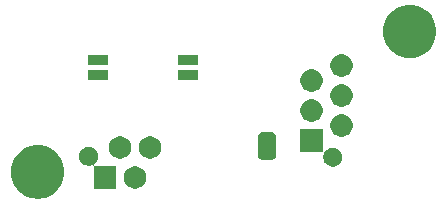
<source format=gbr>
G04 #@! TF.GenerationSoftware,KiCad,Pcbnew,5.1.5-52549c5~84~ubuntu18.04.1*
G04 #@! TF.CreationDate,2020-05-04T20:07:59+02:00*
G04 #@! TF.ProjectId,rs485_usb_adapter,72733438-355f-4757-9362-5f6164617074,rev?*
G04 #@! TF.SameCoordinates,Original*
G04 #@! TF.FileFunction,Soldermask,Bot*
G04 #@! TF.FilePolarity,Negative*
%FSLAX46Y46*%
G04 Gerber Fmt 4.6, Leading zero omitted, Abs format (unit mm)*
G04 Created by KiCad (PCBNEW 5.1.5-52549c5~84~ubuntu18.04.1) date 2020-05-04 20:07:59*
%MOMM*%
%LPD*%
G04 APERTURE LIST*
%ADD10C,0.100000*%
G04 APERTURE END LIST*
D10*
G36*
X147775880Y-95159776D02*
G01*
X148156593Y-95235504D01*
X148566249Y-95405189D01*
X148934929Y-95651534D01*
X149248466Y-95965071D01*
X149494811Y-96333751D01*
X149664496Y-96743407D01*
X149751000Y-97178296D01*
X149751000Y-97621704D01*
X149664496Y-98056593D01*
X149494811Y-98466249D01*
X149248466Y-98834929D01*
X148934929Y-99148466D01*
X148566249Y-99394811D01*
X148156593Y-99564496D01*
X147775880Y-99640224D01*
X147721705Y-99651000D01*
X147278295Y-99651000D01*
X147224120Y-99640224D01*
X146843407Y-99564496D01*
X146433751Y-99394811D01*
X146065071Y-99148466D01*
X145751534Y-98834929D01*
X145505189Y-98466249D01*
X145335504Y-98056593D01*
X145249000Y-97621704D01*
X145249000Y-97178296D01*
X145335504Y-96743407D01*
X145505189Y-96333751D01*
X145751534Y-95965071D01*
X146065071Y-95651534D01*
X146433751Y-95405189D01*
X146843407Y-95235504D01*
X147224120Y-95159776D01*
X147278295Y-95149000D01*
X147721705Y-95149000D01*
X147775880Y-95159776D01*
G37*
G36*
X156012395Y-96955546D02*
G01*
X156185466Y-97027234D01*
X156185467Y-97027235D01*
X156341227Y-97131310D01*
X156473690Y-97263773D01*
X156473691Y-97263775D01*
X156577766Y-97419534D01*
X156649454Y-97592605D01*
X156686000Y-97776333D01*
X156686000Y-97963667D01*
X156649454Y-98147395D01*
X156577766Y-98320466D01*
X156577765Y-98320467D01*
X156473690Y-98476227D01*
X156341227Y-98608690D01*
X156262818Y-98661081D01*
X156185466Y-98712766D01*
X156012395Y-98784454D01*
X155828667Y-98821000D01*
X155641333Y-98821000D01*
X155457605Y-98784454D01*
X155284534Y-98712766D01*
X155207182Y-98661081D01*
X155128773Y-98608690D01*
X154996310Y-98476227D01*
X154892235Y-98320467D01*
X154892234Y-98320466D01*
X154820546Y-98147395D01*
X154784000Y-97963667D01*
X154784000Y-97776333D01*
X154820546Y-97592605D01*
X154892234Y-97419534D01*
X154996309Y-97263775D01*
X154996310Y-97263773D01*
X155128773Y-97131310D01*
X155284533Y-97027235D01*
X155284534Y-97027234D01*
X155457605Y-96955546D01*
X155641333Y-96919000D01*
X155828667Y-96919000D01*
X156012395Y-96955546D01*
G37*
G36*
X152028657Y-95299733D02*
G01*
X152174438Y-95360118D01*
X152188829Y-95369734D01*
X152305640Y-95447784D01*
X152417216Y-95559360D01*
X152417217Y-95559362D01*
X152504882Y-95690562D01*
X152565267Y-95836343D01*
X152596050Y-95991102D01*
X152596050Y-96148898D01*
X152565267Y-96303657D01*
X152504882Y-96449438D01*
X152504881Y-96449439D01*
X152417216Y-96580640D01*
X152305640Y-96692216D01*
X152305637Y-96692218D01*
X152302903Y-96694952D01*
X152289912Y-96705614D01*
X152274367Y-96724556D01*
X152262816Y-96746167D01*
X152255703Y-96769616D01*
X152253301Y-96794002D01*
X152255703Y-96818388D01*
X152262816Y-96841837D01*
X152274367Y-96863447D01*
X152289913Y-96882389D01*
X152308855Y-96897934D01*
X152330466Y-96909485D01*
X152353915Y-96916598D01*
X152378300Y-96919000D01*
X154146000Y-96919000D01*
X154146000Y-98821000D01*
X152244000Y-98821000D01*
X152244000Y-96938143D01*
X152241598Y-96913757D01*
X152234485Y-96890308D01*
X152222934Y-96868697D01*
X152207389Y-96849755D01*
X152188447Y-96834210D01*
X152166836Y-96822659D01*
X152143387Y-96815546D01*
X152119001Y-96813144D01*
X152094615Y-96815546D01*
X152071164Y-96822659D01*
X152028658Y-96840266D01*
X152028657Y-96840266D01*
X152028655Y-96840267D01*
X151873898Y-96871050D01*
X151716102Y-96871050D01*
X151561343Y-96840267D01*
X151415562Y-96779882D01*
X151288455Y-96694952D01*
X151284360Y-96692216D01*
X151172784Y-96580640D01*
X151085119Y-96449439D01*
X151085118Y-96449438D01*
X151024733Y-96303657D01*
X150993950Y-96148898D01*
X150993950Y-95991102D01*
X151024733Y-95836343D01*
X151085118Y-95690562D01*
X151172783Y-95559362D01*
X151172784Y-95559360D01*
X151284360Y-95447784D01*
X151401171Y-95369734D01*
X151415562Y-95360118D01*
X151561343Y-95299733D01*
X151716102Y-95268950D01*
X151873898Y-95268950D01*
X152028657Y-95299733D01*
G37*
G36*
X171621000Y-95556700D02*
G01*
X171623402Y-95581086D01*
X171630515Y-95604535D01*
X171642066Y-95626146D01*
X171657611Y-95645088D01*
X171676553Y-95660633D01*
X171698164Y-95672184D01*
X171721613Y-95679297D01*
X171745999Y-95681699D01*
X171770385Y-95679297D01*
X171793834Y-95672184D01*
X171815445Y-95660633D01*
X171834387Y-95645088D01*
X171845049Y-95632096D01*
X171847783Y-95629362D01*
X171847784Y-95629360D01*
X171959360Y-95517784D01*
X172064123Y-95447784D01*
X172090562Y-95430118D01*
X172236343Y-95369733D01*
X172391102Y-95338950D01*
X172548898Y-95338950D01*
X172703657Y-95369733D01*
X172849438Y-95430118D01*
X172875877Y-95447784D01*
X172980640Y-95517784D01*
X173092216Y-95629360D01*
X173133109Y-95690561D01*
X173179882Y-95760562D01*
X173240267Y-95906343D01*
X173271050Y-96061102D01*
X173271050Y-96218898D01*
X173240267Y-96373657D01*
X173179882Y-96519438D01*
X173179881Y-96519439D01*
X173092216Y-96650640D01*
X172980640Y-96762216D01*
X172914594Y-96806346D01*
X172849438Y-96849882D01*
X172703657Y-96910267D01*
X172548898Y-96941050D01*
X172391102Y-96941050D01*
X172236343Y-96910267D01*
X172090562Y-96849882D01*
X172025406Y-96806346D01*
X171959360Y-96762216D01*
X171847784Y-96650640D01*
X171760119Y-96519439D01*
X171760118Y-96519438D01*
X171699733Y-96373657D01*
X171668950Y-96218898D01*
X171668950Y-96061102D01*
X171699733Y-95906345D01*
X171702772Y-95899009D01*
X171717341Y-95863835D01*
X171724454Y-95840386D01*
X171726856Y-95816000D01*
X171724454Y-95791614D01*
X171717341Y-95768165D01*
X171705790Y-95746554D01*
X171690245Y-95727612D01*
X171671303Y-95712067D01*
X171649693Y-95700515D01*
X171626244Y-95693402D01*
X171601857Y-95691000D01*
X169719000Y-95691000D01*
X169719000Y-93789000D01*
X171621000Y-93789000D01*
X171621000Y-95556700D01*
G37*
G36*
X167162199Y-93999954D02*
G01*
X167174450Y-94000556D01*
X167192869Y-94000556D01*
X167215149Y-94002750D01*
X167299233Y-94019476D01*
X167320660Y-94025976D01*
X167399858Y-94058780D01*
X167405303Y-94061691D01*
X167405309Y-94061693D01*
X167414169Y-94066429D01*
X167414173Y-94066432D01*
X167419614Y-94069340D01*
X167490899Y-94116971D01*
X167508204Y-94131172D01*
X167568828Y-94191796D01*
X167583029Y-94209101D01*
X167630660Y-94280386D01*
X167633568Y-94285827D01*
X167633571Y-94285831D01*
X167638307Y-94294691D01*
X167638309Y-94294697D01*
X167641220Y-94300142D01*
X167674024Y-94379340D01*
X167680524Y-94400767D01*
X167697250Y-94484851D01*
X167699444Y-94507131D01*
X167699444Y-94525550D01*
X167700046Y-94537801D01*
X167701852Y-94556139D01*
X167701852Y-95043860D01*
X167700263Y-95059999D01*
X167697348Y-95069608D01*
X167692610Y-95078472D01*
X167686237Y-95086237D01*
X167673794Y-95096448D01*
X167663425Y-95103378D01*
X167646098Y-95120705D01*
X167632485Y-95141080D01*
X167623109Y-95163720D01*
X167618329Y-95187753D01*
X167618330Y-95212257D01*
X167623112Y-95236290D01*
X167632490Y-95258929D01*
X167646105Y-95279302D01*
X167663432Y-95296629D01*
X167673802Y-95303558D01*
X167686237Y-95313763D01*
X167692610Y-95321528D01*
X167697348Y-95330392D01*
X167700263Y-95340001D01*
X167701852Y-95356140D01*
X167701852Y-95843862D01*
X167700046Y-95862199D01*
X167699444Y-95874450D01*
X167699444Y-95892869D01*
X167697250Y-95915149D01*
X167680524Y-95999233D01*
X167674024Y-96020660D01*
X167641220Y-96099858D01*
X167638309Y-96105303D01*
X167638307Y-96105309D01*
X167633571Y-96114169D01*
X167633568Y-96114173D01*
X167630660Y-96119614D01*
X167583029Y-96190899D01*
X167568828Y-96208204D01*
X167508204Y-96268828D01*
X167490899Y-96283029D01*
X167419614Y-96330660D01*
X167414173Y-96333568D01*
X167414169Y-96333571D01*
X167405309Y-96338307D01*
X167405303Y-96338309D01*
X167399858Y-96341220D01*
X167320660Y-96374024D01*
X167299233Y-96380524D01*
X167215149Y-96397250D01*
X167192869Y-96399444D01*
X167174450Y-96399444D01*
X167162199Y-96400046D01*
X167143862Y-96401852D01*
X166656138Y-96401852D01*
X166637801Y-96400046D01*
X166625550Y-96399444D01*
X166607131Y-96399444D01*
X166584851Y-96397250D01*
X166500767Y-96380524D01*
X166479340Y-96374024D01*
X166400142Y-96341220D01*
X166394697Y-96338309D01*
X166394691Y-96338307D01*
X166385831Y-96333571D01*
X166385827Y-96333568D01*
X166380386Y-96330660D01*
X166309101Y-96283029D01*
X166291796Y-96268828D01*
X166231172Y-96208204D01*
X166216971Y-96190899D01*
X166169340Y-96119614D01*
X166166432Y-96114173D01*
X166166429Y-96114169D01*
X166161693Y-96105309D01*
X166161691Y-96105303D01*
X166158780Y-96099858D01*
X166125976Y-96020660D01*
X166119476Y-95999233D01*
X166102750Y-95915149D01*
X166100556Y-95892869D01*
X166100556Y-95874450D01*
X166099954Y-95862199D01*
X166098148Y-95843862D01*
X166098148Y-95356140D01*
X166099737Y-95340001D01*
X166102652Y-95330392D01*
X166107390Y-95321528D01*
X166113763Y-95313763D01*
X166126206Y-95303552D01*
X166136575Y-95296622D01*
X166153902Y-95279295D01*
X166167515Y-95258920D01*
X166176891Y-95236280D01*
X166181671Y-95212247D01*
X166181670Y-95187743D01*
X166176888Y-95163710D01*
X166167510Y-95141071D01*
X166153895Y-95120698D01*
X166136568Y-95103371D01*
X166126198Y-95096442D01*
X166113763Y-95086237D01*
X166107390Y-95078472D01*
X166102652Y-95069608D01*
X166099737Y-95059999D01*
X166098148Y-95043860D01*
X166098148Y-94556139D01*
X166099954Y-94537801D01*
X166100556Y-94525550D01*
X166100556Y-94507131D01*
X166102750Y-94484851D01*
X166119476Y-94400767D01*
X166125976Y-94379340D01*
X166158780Y-94300142D01*
X166161691Y-94294697D01*
X166161693Y-94294691D01*
X166166429Y-94285831D01*
X166166432Y-94285827D01*
X166169340Y-94280386D01*
X166216971Y-94209101D01*
X166231172Y-94191796D01*
X166291796Y-94131172D01*
X166309101Y-94116971D01*
X166380386Y-94069340D01*
X166385827Y-94066432D01*
X166385831Y-94066429D01*
X166394691Y-94061693D01*
X166394697Y-94061691D01*
X166400142Y-94058780D01*
X166479340Y-94025976D01*
X166500767Y-94019476D01*
X166584851Y-94002750D01*
X166607131Y-94000556D01*
X166625550Y-94000556D01*
X166637801Y-93999954D01*
X166656139Y-93998148D01*
X167143861Y-93998148D01*
X167162199Y-93999954D01*
G37*
G36*
X154742395Y-94415546D02*
G01*
X154915466Y-94487234D01*
X154945244Y-94507131D01*
X155071227Y-94591310D01*
X155203690Y-94723773D01*
X155203691Y-94723775D01*
X155307766Y-94879534D01*
X155379454Y-95052605D01*
X155416000Y-95236333D01*
X155416000Y-95423667D01*
X155379454Y-95607395D01*
X155307766Y-95780466D01*
X155307765Y-95780467D01*
X155203690Y-95936227D01*
X155071227Y-96068690D01*
X154995013Y-96119614D01*
X154915466Y-96172766D01*
X154742395Y-96244454D01*
X154558667Y-96281000D01*
X154371333Y-96281000D01*
X154187605Y-96244454D01*
X154014534Y-96172766D01*
X153934987Y-96119614D01*
X153858773Y-96068690D01*
X153726310Y-95936227D01*
X153622235Y-95780467D01*
X153622234Y-95780466D01*
X153550546Y-95607395D01*
X153514000Y-95423667D01*
X153514000Y-95236333D01*
X153550546Y-95052605D01*
X153622234Y-94879534D01*
X153726309Y-94723775D01*
X153726310Y-94723773D01*
X153858773Y-94591310D01*
X153984756Y-94507131D01*
X154014534Y-94487234D01*
X154187605Y-94415546D01*
X154371333Y-94379000D01*
X154558667Y-94379000D01*
X154742395Y-94415546D01*
G37*
G36*
X157282395Y-94415546D02*
G01*
X157455466Y-94487234D01*
X157485244Y-94507131D01*
X157611227Y-94591310D01*
X157743690Y-94723773D01*
X157743691Y-94723775D01*
X157847766Y-94879534D01*
X157919454Y-95052605D01*
X157956000Y-95236333D01*
X157956000Y-95423667D01*
X157919454Y-95607395D01*
X157847766Y-95780466D01*
X157847765Y-95780467D01*
X157743690Y-95936227D01*
X157611227Y-96068690D01*
X157535013Y-96119614D01*
X157455466Y-96172766D01*
X157282395Y-96244454D01*
X157098667Y-96281000D01*
X156911333Y-96281000D01*
X156727605Y-96244454D01*
X156554534Y-96172766D01*
X156474987Y-96119614D01*
X156398773Y-96068690D01*
X156266310Y-95936227D01*
X156162235Y-95780467D01*
X156162234Y-95780466D01*
X156090546Y-95607395D01*
X156054000Y-95423667D01*
X156054000Y-95236333D01*
X156090546Y-95052605D01*
X156162234Y-94879534D01*
X156266309Y-94723775D01*
X156266310Y-94723773D01*
X156398773Y-94591310D01*
X156524756Y-94507131D01*
X156554534Y-94487234D01*
X156727605Y-94415546D01*
X156911333Y-94379000D01*
X157098667Y-94379000D01*
X157282395Y-94415546D01*
G37*
G36*
X173487395Y-92555546D02*
G01*
X173660466Y-92627234D01*
X173737818Y-92678919D01*
X173816227Y-92731310D01*
X173948690Y-92863773D01*
X173948691Y-92863775D01*
X174052766Y-93019534D01*
X174124454Y-93192605D01*
X174161000Y-93376333D01*
X174161000Y-93563667D01*
X174124454Y-93747395D01*
X174052766Y-93920466D01*
X174052765Y-93920467D01*
X173948690Y-94076227D01*
X173816227Y-94208690D01*
X173737818Y-94261081D01*
X173660466Y-94312766D01*
X173487395Y-94384454D01*
X173303667Y-94421000D01*
X173116333Y-94421000D01*
X172932605Y-94384454D01*
X172759534Y-94312766D01*
X172682182Y-94261081D01*
X172603773Y-94208690D01*
X172471310Y-94076227D01*
X172367235Y-93920467D01*
X172367234Y-93920466D01*
X172295546Y-93747395D01*
X172259000Y-93563667D01*
X172259000Y-93376333D01*
X172295546Y-93192605D01*
X172367234Y-93019534D01*
X172471309Y-92863775D01*
X172471310Y-92863773D01*
X172603773Y-92731310D01*
X172682182Y-92678919D01*
X172759534Y-92627234D01*
X172932605Y-92555546D01*
X173116333Y-92519000D01*
X173303667Y-92519000D01*
X173487395Y-92555546D01*
G37*
G36*
X170947395Y-91285546D02*
G01*
X171120466Y-91357234D01*
X171197818Y-91408919D01*
X171276227Y-91461310D01*
X171408690Y-91593773D01*
X171408691Y-91593775D01*
X171512766Y-91749534D01*
X171584454Y-91922605D01*
X171621000Y-92106333D01*
X171621000Y-92293667D01*
X171584454Y-92477395D01*
X171512766Y-92650466D01*
X171512765Y-92650467D01*
X171408690Y-92806227D01*
X171276227Y-92938690D01*
X171197818Y-92991081D01*
X171120466Y-93042766D01*
X170947395Y-93114454D01*
X170763667Y-93151000D01*
X170576333Y-93151000D01*
X170392605Y-93114454D01*
X170219534Y-93042766D01*
X170142182Y-92991081D01*
X170063773Y-92938690D01*
X169931310Y-92806227D01*
X169827235Y-92650467D01*
X169827234Y-92650466D01*
X169755546Y-92477395D01*
X169719000Y-92293667D01*
X169719000Y-92106333D01*
X169755546Y-91922605D01*
X169827234Y-91749534D01*
X169931309Y-91593775D01*
X169931310Y-91593773D01*
X170063773Y-91461310D01*
X170142182Y-91408919D01*
X170219534Y-91357234D01*
X170392605Y-91285546D01*
X170576333Y-91249000D01*
X170763667Y-91249000D01*
X170947395Y-91285546D01*
G37*
G36*
X173487395Y-90015546D02*
G01*
X173660466Y-90087234D01*
X173737818Y-90138919D01*
X173816227Y-90191310D01*
X173948690Y-90323773D01*
X173948691Y-90323775D01*
X174052766Y-90479534D01*
X174124454Y-90652605D01*
X174161000Y-90836333D01*
X174161000Y-91023667D01*
X174124454Y-91207395D01*
X174052766Y-91380466D01*
X174052765Y-91380467D01*
X173948690Y-91536227D01*
X173816227Y-91668690D01*
X173737818Y-91721081D01*
X173660466Y-91772766D01*
X173487395Y-91844454D01*
X173303667Y-91881000D01*
X173116333Y-91881000D01*
X172932605Y-91844454D01*
X172759534Y-91772766D01*
X172682182Y-91721081D01*
X172603773Y-91668690D01*
X172471310Y-91536227D01*
X172367235Y-91380467D01*
X172367234Y-91380466D01*
X172295546Y-91207395D01*
X172259000Y-91023667D01*
X172259000Y-90836333D01*
X172295546Y-90652605D01*
X172367234Y-90479534D01*
X172471309Y-90323775D01*
X172471310Y-90323773D01*
X172603773Y-90191310D01*
X172682182Y-90138919D01*
X172759534Y-90087234D01*
X172932605Y-90015546D01*
X173116333Y-89979000D01*
X173303667Y-89979000D01*
X173487395Y-90015546D01*
G37*
G36*
X170947395Y-88745546D02*
G01*
X171120466Y-88817234D01*
X171197818Y-88868919D01*
X171276227Y-88921310D01*
X171408690Y-89053773D01*
X171408691Y-89053775D01*
X171512766Y-89209534D01*
X171584454Y-89382605D01*
X171621000Y-89566333D01*
X171621000Y-89753667D01*
X171584454Y-89937395D01*
X171512766Y-90110466D01*
X171512765Y-90110467D01*
X171408690Y-90266227D01*
X171276227Y-90398690D01*
X171197818Y-90451081D01*
X171120466Y-90502766D01*
X170947395Y-90574454D01*
X170763667Y-90611000D01*
X170576333Y-90611000D01*
X170392605Y-90574454D01*
X170219534Y-90502766D01*
X170142182Y-90451081D01*
X170063773Y-90398690D01*
X169931310Y-90266227D01*
X169827235Y-90110467D01*
X169827234Y-90110466D01*
X169755546Y-89937395D01*
X169719000Y-89753667D01*
X169719000Y-89566333D01*
X169755546Y-89382605D01*
X169827234Y-89209534D01*
X169931309Y-89053775D01*
X169931310Y-89053773D01*
X170063773Y-88921310D01*
X170142182Y-88868919D01*
X170219534Y-88817234D01*
X170392605Y-88745546D01*
X170576333Y-88709000D01*
X170763667Y-88709000D01*
X170947395Y-88745546D01*
G37*
G36*
X153481000Y-89646000D02*
G01*
X151779000Y-89646000D01*
X151779000Y-88784000D01*
X153481000Y-88784000D01*
X153481000Y-89646000D01*
G37*
G36*
X161101000Y-89646000D02*
G01*
X159399000Y-89646000D01*
X159399000Y-88784000D01*
X161101000Y-88784000D01*
X161101000Y-89646000D01*
G37*
G36*
X173487395Y-87475546D02*
G01*
X173660466Y-87547234D01*
X173660467Y-87547235D01*
X173816227Y-87651310D01*
X173948690Y-87783773D01*
X173948691Y-87783775D01*
X174052766Y-87939534D01*
X174124454Y-88112605D01*
X174161000Y-88296333D01*
X174161000Y-88483667D01*
X174124454Y-88667395D01*
X174052766Y-88840466D01*
X174052765Y-88840467D01*
X173948690Y-88996227D01*
X173816227Y-89128690D01*
X173737818Y-89181081D01*
X173660466Y-89232766D01*
X173487395Y-89304454D01*
X173303667Y-89341000D01*
X173116333Y-89341000D01*
X172932605Y-89304454D01*
X172759534Y-89232766D01*
X172682182Y-89181081D01*
X172603773Y-89128690D01*
X172471310Y-88996227D01*
X172367235Y-88840467D01*
X172367234Y-88840466D01*
X172295546Y-88667395D01*
X172259000Y-88483667D01*
X172259000Y-88296333D01*
X172295546Y-88112605D01*
X172367234Y-87939534D01*
X172471309Y-87783775D01*
X172471310Y-87783773D01*
X172603773Y-87651310D01*
X172759533Y-87547235D01*
X172759534Y-87547234D01*
X172932605Y-87475546D01*
X173116333Y-87439000D01*
X173303667Y-87439000D01*
X173487395Y-87475546D01*
G37*
G36*
X153481000Y-88376000D02*
G01*
X151779000Y-88376000D01*
X151779000Y-87514000D01*
X153481000Y-87514000D01*
X153481000Y-88376000D01*
G37*
G36*
X161101000Y-88376000D02*
G01*
X159399000Y-88376000D01*
X159399000Y-87514000D01*
X161101000Y-87514000D01*
X161101000Y-88376000D01*
G37*
G36*
X179275880Y-83259776D02*
G01*
X179656593Y-83335504D01*
X180066249Y-83505189D01*
X180434929Y-83751534D01*
X180748466Y-84065071D01*
X180994811Y-84433751D01*
X181164496Y-84843407D01*
X181251000Y-85278296D01*
X181251000Y-85721704D01*
X181164496Y-86156593D01*
X180994811Y-86566249D01*
X180748466Y-86934929D01*
X180434929Y-87248466D01*
X180066249Y-87494811D01*
X179656593Y-87664496D01*
X179275880Y-87740224D01*
X179221705Y-87751000D01*
X178778295Y-87751000D01*
X178724120Y-87740224D01*
X178343407Y-87664496D01*
X177933751Y-87494811D01*
X177565071Y-87248466D01*
X177251534Y-86934929D01*
X177005189Y-86566249D01*
X176835504Y-86156593D01*
X176749000Y-85721704D01*
X176749000Y-85278296D01*
X176835504Y-84843407D01*
X177005189Y-84433751D01*
X177251534Y-84065071D01*
X177565071Y-83751534D01*
X177933751Y-83505189D01*
X178343407Y-83335504D01*
X178724120Y-83259776D01*
X178778295Y-83249000D01*
X179221705Y-83249000D01*
X179275880Y-83259776D01*
G37*
M02*

</source>
